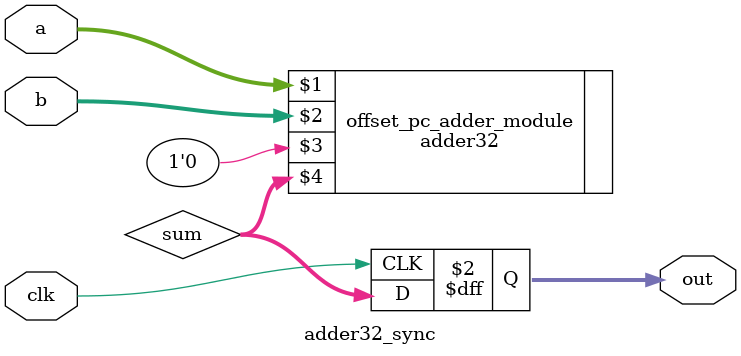
<source format=sv>
`include "adder32.sv"

/*
 * A clocked 32-bit adder.
 */
module adder32_sync #(
)(
    input clk, // Clock
    input [31:0] a, // Input data
    input [31:0] b, // Input data
    output [31:0] out // Result
);

    reg [31:0] out;

    wire [31:0] sum;
    adder32 offset_pc_adder_module(
        a,
        b,
        1'b0,
        sum);

    /* Logic */
    always @(posedge clk) begin
        out <= sum;
    end

`ifdef FORMAL
    reg f_past_valid;
    initial f_past_valid = 0;
    always @(posedge clk) begin
        f_past_valid = 1;
    end

    /* Validate logic */
    always @(posedge clk) begin
    	if (f_past_valid) begin
            assert(out == ($past(a) + $past(b)));
        end
    end
`endif
endmodule

</source>
